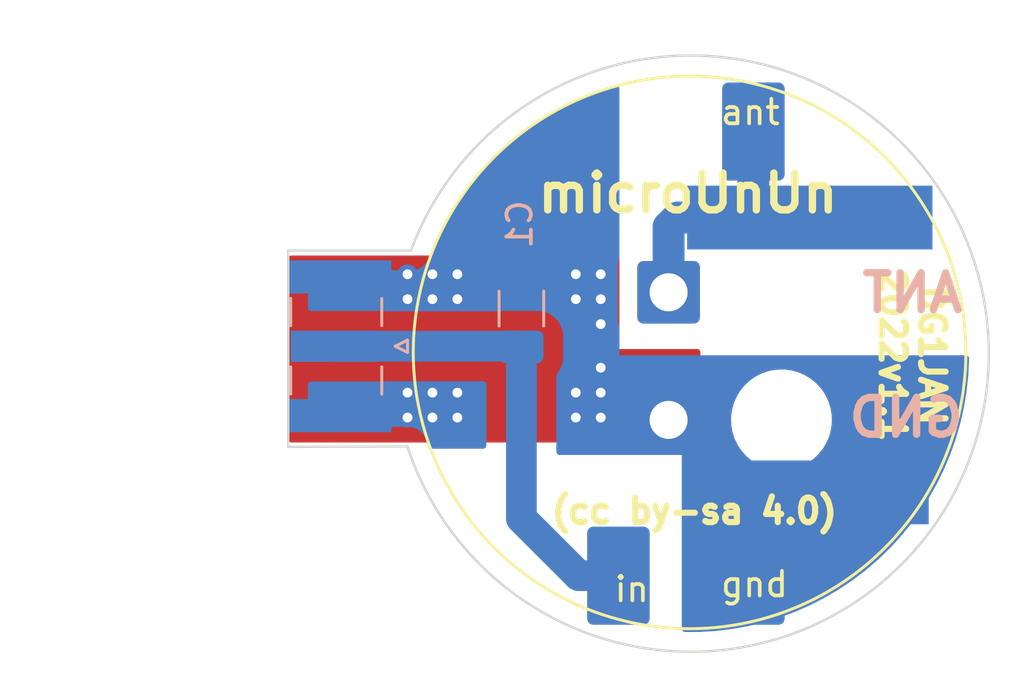
<source format=kicad_pcb>
(kicad_pcb (version 20211014) (generator pcbnew)
  (layers (0 "F.Cu" signal) (31 "B.Cu" signal) (34 "B.Paste" user) (35 "F.Paste" user) (36 "B.SilkS" user "B.Silkscreen") (37 "F.SilkS" user "F.Silkscreen") (38 "B.Mask" user) (39 "F.Mask" user) (44 "Edge.Cuts" user))
  (net 0 "")
  (net 1 "Net-(C1-Pad1)")
  (net 2 "GND")
  (net 3 "Net-(J2-Pad1)")
  (footprint "Connector_Wire:SolderWire-0.75sqmm_1x01_D1.25mm_OD2.3mm" (layer "F.Cu") (at 109.7 73.5)
    (fp_text reference "J3" hide)
    (fp_text value "B_THT_Pad" hide)
    (pad "1" thru_hole roundrect (at 0 0) (size 2.55 2.55) (drill 1.55) (layers *.Cu *.Mask) (roundrect_rratio 0.09803882353) (net 2 "GND"))
  )
  (footprint "MountingHole:MountingHole_2.5mm" (layer "F.Cu") (at 114.3 73.5)
    (fp_text reference "REF**" hide)
    (fp_text value "MountingHole_2.5mm" hide)
    (pad "" np_thru_hole circle (at 0 0) (size 2.5 2.5) (drill 2.5) (layers *.Cu *.Mask))
  )
  (footprint "MountingHole:MountingHole_2.5mm" (layer "F.Cu") (at 114.3 68.3)
    (fp_text reference "REF**" hide)
    (fp_text value "MountingHole_2.5mm" hide)
    (pad "" np_thru_hole circle (at 0 0) (size 2.5 2.5) (drill 2.5) (layers *.Cu *.Mask))
  )
  (footprint "UniBalunLibrary:FT82_Balun" (layer "F.Cu") (at 110.555221 70.7498)
    (fp_text reference "U1" hide)
    (fp_text value "Core" hide)
    (fp_text user "in" (at -2.355221 9.6502) (layer "F.SilkS"))
    (fp_text user "gnd" (at 2.644779 9.4502) (layer "F.SilkS"))
    (fp_text user "ant" (at 2.474779 -9.7898) (layer "F.SilkS"))
    (fp_circle (center 0 0) (end 6.2 -9.4) (layer "F.SilkS") (width 0.12) (fill none))
    (pad "1" smd roundrect (at 2.6 9.1) (size 2.55 4) (layers "B.Cu" "B.Paste" "B.Mask") (roundrect_rratio 0.09803882353) (net 2 "GND"))
    (pad "2" smd roundrect (at -2.9 9.1) (size 2.55 4) (layers "B.Cu" "B.Paste" "B.Mask") (roundrect_rratio 0.09803882353) (net 1 "Net-(C1-Pad1)"))
    (pad "3" smd roundrect (at 2.6 -9) (size 2.55 4) (layers "B.Cu" "B.Paste" "B.Mask") (roundrect_rratio 0.09803882353) (net 3 "Net-(J2-Pad1)"))
  )
  (footprint "Connector_Wire:SolderWire-0.75sqmm_1x01_D1.25mm_OD2.3mm" (layer "F.Cu") (at 109.7 68.3)
    (fp_text reference "J2" hide)
    (fp_text value "B_THT_Pad" hide)
    (pad "1" thru_hole roundrect (at 0 0) (size 2.55 2.55) (drill 1.55) (layers *.Cu *.Mask) (roundrect_rratio 0.09803882353) (net 3 "Net-(J2-Pad1)"))
  )
  (footprint "Connector_Coaxial:SMA_Samtec_SMA-J-P-X-ST-EM1_EdgeMount" (layer "B.Cu") (at 96.3 70.5 90)
    (fp_text reference "J1" hide)
    (fp_text value "BNC")
    (fp_line (start -0.25 2.76) (end 0 2.26) (layer "B.SilkS") (width 0.12))
    (fp_line (start 0.25 2.76) (end -0.25 2.76) (layer "B.SilkS") (width 0.12))
    (fp_line (start -1.95 1.71) (end -0.84 1.71) (layer "B.SilkS") (width 0.12))
    (fp_line (start 0.84 -2) (end 1.95 -2) (layer "B.SilkS") (width 0.12))
    (fp_line (start -1.95 -2) (end -0.84 -2) (layer "B.SilkS") (width 0.12))
    (fp_line (start 0 2.26) (end 0.25 2.76) (layer "B.SilkS") (width 0.12))
    (fp_line (start 0.84 1.71) (end 1.95 1.71) (layer "B.SilkS") (width 0.12))
    (pad "1" smd rect (at 0 -0.2 90) (size 1.27 3.6) (layers "B.Cu" "B.Paste" "B.Mask") (net 1 "Net-(C1-Pad1)"))
    (pad "2" smd rect (at -2.825 0 90) (size 1.35 4.2) (layers "B.Cu" "B.Paste" "B.Mask") (net 2 "GND"))
    (pad "2" smd rect (at 2.825 0 90) (size 1.35 4.2) (layers "F.Cu" "F.Paste" "F.Mask") (net 2 "GND"))
    (pad "2" smd rect (at -2.825 0 90) (size 1.35 4.2) (layers "F.Cu" "F.Paste" "F.Mask") (net 2 "GND"))
    (pad "2" smd rect (at 2.825 0 90) (size 1.35 4.2) (layers "B.Cu" "B.Paste" "B.Mask") (net 2 "GND"))
  )
  (footprint "UniBalunLibrary:2mmJack" (layer "B.Cu") (at 115.046 76.2 180)
    (fp_text reference "H2" hide)
    (fp_text value "MountingHole_Pad" hide)
    (pad "1" smd rect (at -0.254 -0.254 180) (size 10 2.6) (layers "B.Cu" "B.Paste" "B.Mask") (net 2 "GND"))
  )
  (footprint "UniBalunLibrary:2mmJack" (layer "B.Cu") (at 115.2 65 180)
    (fp_text reference "H1" hide)
    (fp_text value "MountingHole_Pad" hide)
    (pad "1" smd rect (at -0.254 -0.254 180) (size 10 2.6) (layers "B.Cu" "B.Paste" "B.Mask") (net 3 "Net-(J2-Pad1)"))
  )
  (footprint "Capacitor_SMD:C_1206_3216Metric_Pad1.33x1.80mm_HandSolder" (layer "B.Cu") (at 103.7 68.9625 90)
    (fp_text reference "C1" (at 3.4305 -0.068 270) (layer "B.SilkS") (effects (justify mirror)))
    (fp_text value "100pF")
    (fp_line (start -0.711252 -0.91) (end 0.711252 -0.91) (layer "B.SilkS") (width 0.12))
    (fp_line (start -0.711252 0.91) (end 0.711252 0.91) (layer "B.SilkS") (width 0.12))
    (pad "1" smd roundrect (at -1.5625 0 90) (size 1.325 1.8) (layers "B.Cu" "B.Paste" "B.Mask") (roundrect_rratio 0.1886792453) (net 1 "Net-(C1-Pad1)"))
    (pad "2" smd roundrect (at 1.5625 0 90) (size 1.325 1.8) (layers "B.Cu" "B.Paste" "B.Mask") (roundrect_rratio 0.1886792453) (net 2 "GND"))
  )
  (gr_arc (start 99.2 66.6) (mid 122.74706 71.021229) (end 99.054625 74.582106) (layer "Edge.Cuts") (width 0.1))
  (gr_line (start 99.2 66.6) (end 94.2 66.6) (layer "Edge.Cuts") (width 0.1))
  (gr_line (start 94.2 74.6) (end 99.054625 74.582106) (layer "Edge.Cuts") (width 0.1))
  (gr_line (start 94.2 66.6) (end 94.2 74.6) (layer "Edge.Cuts") (width 0.1))
  (gr_text "GND" (at 119.38 73.406) (layer "B.SilkS") (effects (font (size 1.5 1.5) (thickness 0.3)) (justify mirror)))
  (gr_text "ANT" (at 119.634 68.326) (layer "B.SilkS") (effects (font (size 1.5 1.5) (thickness 0.3)) (justify mirror)))
  (gr_text "(cc by-sa 4.0)" (at 110.744 77.216) (layer "F.SilkS") (effects (font (size 1 1) (thickness 0.25))))
  (gr_text "microUnUn" (at 110.49 64.262) (layer "F.SilkS") (effects (font (size 1.5 1.5) (thickness 0.3))))
  (gr_text "DG1JAN\n2022v1.1" (at 119.634 70.866 270) (layer "F.SilkS") (effects (font (size 1 1) (thickness 0.25))))
  (segment (start 106.0372 79.8498) (end 103.7 77.5126) (width 1.25) (layer "B.Cu") (net 1))
  (segment (start 107.655221 79.8498) (end 106.0372 79.8498) (width 1.25) (layer "B.Cu") (net 1))
  (segment (start 103.675 70.5) (end 103.7 70.525) (width 0.3) (layer "B.Cu") (net 1))
  (segment (start 103.7 77.5126) (end 103.7 70.525) (width 1.25) (layer "B.Cu") (net 1))
  (segment (start 96.1 70.5) (end 103.675 70.5) (width 1.25) (layer "B.Cu") (net 1))
  (via (at 106.934 73.406) (size 0.8) (drill 0.4) (layers "F.Cu" "B.Cu") (net 2))
  (via (at 101.092 72.39) (size 0.8) (drill 0.4) (layers "F.Cu" "B.Cu") (net 2))
  (via (at 101.092 67.564) (size 0.8) (drill 0.4) (layers "F.Cu" "B.Cu") (net 2))
  (via (at 105.918 72.39) (size 0.8) (drill 0.4) (layers "F.Cu" "B.Cu") (net 2))
  (via (at 99.06 73.406) (size 0.8) (drill 0.4) (layers "F.Cu" "B.Cu") (net 2))
  (via (at 99.06 68.58) (size 0.8) (drill 0.4) (layers "F.Cu" "B.Cu") (net 2))
  (via (at 100.076 68.58) (size 0.8) (drill 0.4) (layers "F.Cu" "B.Cu") (net 2))
  (via (at 100.076 67.564) (size 0.8) (drill 0.4) (layers "F.Cu" "B.Cu") (net 2))
  (via (at 106.934 71.374) (size 0.8) (drill 0.4) (layers "F.Cu" "B.Cu") (net 2))
  (via (at 106.934 72.39) (size 0.8) (drill 0.4) (layers "F.Cu" "B.Cu") (net 2))
  (via (at 100.076 73.406) (size 0.8) (drill 0.4) (layers "F.Cu" "B.Cu") (net 2))
  (via (at 100.076 72.39) (size 0.8) (drill 0.4) (layers "F.Cu" "B.Cu") (net 2))
  (via (at 99.06 67.564) (size 0.8) (drill 0.4) (layers "F.Cu" "B.Cu") (net 2))
  (via (at 106.934 68.58) (size 0.8) (drill 0.4) (layers "F.Cu" "B.Cu") (net 2))
  (via (at 106.934 67.564) (size 0.8) (drill 0.4) (layers "F.Cu" "B.Cu") (net 2))
  (via (at 101.092 68.58) (size 0.8) (drill 0.4) (layers "F.Cu" "B.Cu") (net 2))
  (via (at 101.092 73.406) (size 0.8) (drill 0.4) (layers "F.Cu" "B.Cu") (net 2))
  (via (at 106.934 69.596) (size 0.8) (drill 0.4) (layers "F.Cu" "B.Cu") (net 2))
  (via (at 105.918 73.406) (size 0.8) (drill 0.4) (layers "F.Cu" "B.Cu") (net 2))
  (via (at 99.06 72.39) (size 0.8) (drill 0.4) (layers "F.Cu" "B.Cu") (net 2))
  (via (at 105.918 68.58) (size 0.8) (drill 0.4) (layers "F.Cu" "B.Cu") (net 2))
  (via (at 105.918 67.564) (size 0.8) (drill 0.4) (layers "F.Cu" "B.Cu") (net 2))
  (segment (start 109.7 65.6362) (end 110.0822 65.254) (width 1.3) (layer "B.Cu") (net 3))
  (segment (start 110.0822 65.254) (end 115.454 65.254) (width 1.3) (layer "B.Cu") (net 3))
  (segment (start 109.7 68.3) (end 109.7 65.6362) (width 1.3) (layer "B.Cu") (net 3))
  (segment (start 115.454 65.254) (end 112.746 65.254) (width 1.3) (layer "B.Cu") (net 3))
  (segment (start 113.155221 61.7498) (end 113.155221 64.844779) (width 1.3) (layer "B.Cu") (net 3))
  (zone (net 0) (net_name "") (layer "F.Cu") (connect_pads yes (clearance 0)) (min_thickness 0.254)
    (keepout (tracks allowed) (vias allowed) (pads allowed) (copperpour not_allowed) (footprints allowed))
    (fill (thermal_gap 0.508) (thermal_bridge_width 0.508))
    (polygon (pts (xy 112.268 70.612) (xy 107.696 70.612) (xy 107.696 66.294) (xy 112.268 66.294)))
  )
  (zone (net 2) (net_name "GND") (layer "F.Cu") (connect_pads yes (clearance 0)) (min_thickness 0.254) (fill yes (thermal_gap 0.508) (thermal_bridge_width 0.508))
    (polygon (pts (xy 110.998 74.422) (xy 92.71 74.422) (xy 92.71 66.802) (xy 110.998 66.802)))
  )
  (zone (net 0) (net_name "") (layer "B.Cu") (connect_pads yes (clearance 0)) (min_thickness 0.254)
    (keepout (tracks not_allowed) (vias not_allowed) (pads not_allowed) (copperpour not_allowed) (footprints allowed))
    (fill (thermal_gap 0.508) (thermal_bridge_width 0.508))
    (polygon (pts (xy 102.87 80.518) (xy 99.06 80.518) (xy 99.06 74.676) (xy 102.87 74.676)))
  )
  (zone (net 2) (net_name "GND") (layer "B.Cu") (connect_pads yes (clearance 0.8)) (min_thickness 0.254) (fill yes (thermal_gap 0.508) (thermal_bridge_width 0.508))
    (polygon (pts (xy 107.696 70.866) (xy 124.206 70.866) (xy 124.206 83.82) (xy 92.71 83.82) (xy 92.71 56.388) (xy 107.696 56.388)))
  )
  (zone (net 0) (net_name "") (layer "B.Cu") (connect_pads yes (clearance 0)) (min_thickness 0.254)
    (keepout (tracks allowed) (vias allowed) (pads allowed) (copperpour not_allowed) (footprints allowed))
    (fill (thermal_gap 0.508) (thermal_bridge_width 0.508))
    (polygon (pts (xy 110.236 82.296) (xy 105.156 82.296) (xy 105.156 74.93) (xy 110.236 74.93)))
  )
)
</source>
